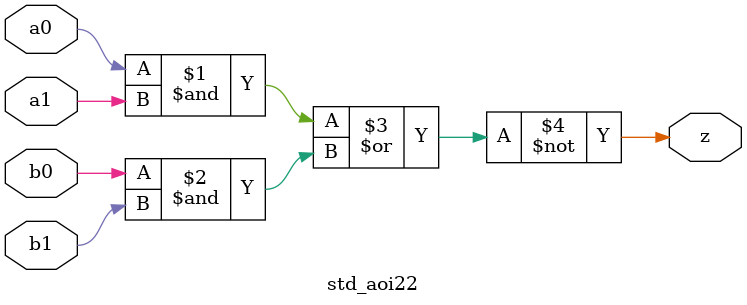
<source format=sv>

module std_aoi22 #(parameter DW = 1 ) // array width
(
	input [DW-1:0]  a0,
	input [DW-1:0]  a1,
	input [DW-1:0]  b0,
	input [DW-1:0]  b1,
	output [DW-1:0] z
);

assign z = ~((a0 & a1) | (b0 & b1));

endmodule

</source>
